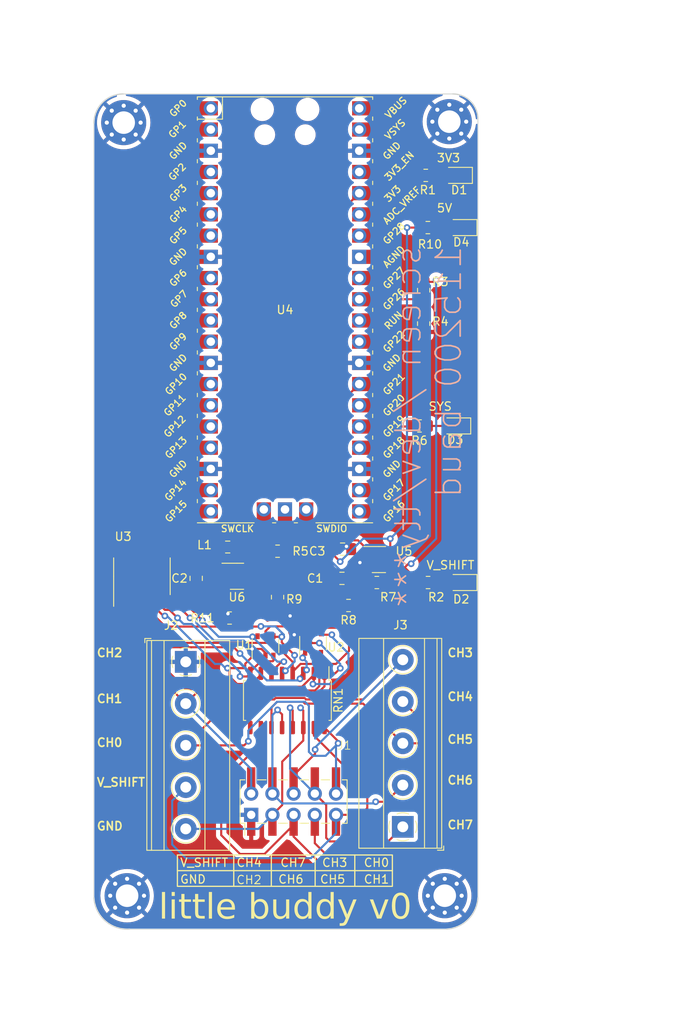
<source format=kicad_pcb>
(kicad_pcb (version 20221018) (generator pcbnew)
  (layers (0 "F.Cu" signal) (31 "B.Cu" signal) (34 "B.Paste" user) (35 "F.Paste" user) (36 "B.SilkS" user "B.Silkscreen") (37 "F.SilkS" user "F.Silkscreen") (38 "B.Mask" user) (39 "F.Mask" user) (44 "Edge.Cuts" user))
  (net 0 "")
  (net 1 "GND")
  (net 2 "Net-(D1-A)")
  (net 3 "Net-(D2-A)")
  (net 4 "Net-(D3-A)")
  (net 5 "+5V")
  (net 6 "CH2")
  (net 7 "CH4")
  (net 8 "CH6")
  (net 9 "CH7")
  (net 10 "CH5")
  (net 11 "CH3")
  (net 12 "CH1")
  (net 13 "CH0")
  (net 14 "P0")
  (net 15 "P1")
  (net 16 "P2")
  (net 17 "P3")
  (net 18 "P4")
  (net 19 "P5")
  (net 20 "P6")
  (net 21 "P7")
  (net 22 "3V3")
  (net 23 "Net-(U4-GPIO19)")
  (net 24 "Net-(U6-VFB)")
  (net 25 "unconnected-(U3-OE-Pad10)")
  (net 47 "/V_SHIFT")
  (net 48 "Net-(U4-GPIO21)")
  (net 49 "Net-(U5-+)")
  (net 50 "Net-(U5--)")
  (net 51 "/V_SHIFT_SENSE")
  (net 52 "Net-(RN1-R1.1)")
  (net 53 "Net-(RN1-R2.1)")
  (net 54 "Net-(RN1-R3.1)")
  (net 55 "Net-(RN1-R4.1)")
  (net 56 "Net-(RN1-R5.1)")
  (net 57 "Net-(RN1-R6.1)")
  (net 58 "Net-(RN1-R7.1)")
  (net 59 "Net-(RN1-R8.1)")
  (net 60 "Net-(D4-A)")
  (footprint "LED_SMD:LED_0805_2012Metric_Pad1.15x1.40mm_HandSolder" (layer "F.Cu") (at 154.025 102.5 180)
    (fp_text reference "D2")
    (fp_text value "LED")
  )
  (footprint "MountingHole:MountingHole_2.7mm_Pad_Via" (layer "F.Cu") (at 152.568109 47.318109)
    (fp_text reference "H3" hide)
    (fp_text value "MountingHole_Pad")
  )
  (footprint "Resistor_SMD:R_0805_2012Metric_Pad1.20x1.40mm_HandSolder" (layer "F.Cu") (at 149.5 71.5 90)
    (fp_text reference "R4")
    (fp_text value "33K")
  )
  (footprint "Resistor_SMD:R_0805_2012Metric_Pad1.20x1.40mm_HandSolder" (layer "F.Cu") (at 126.25 106.75 180)
    (fp_text reference "R11")
    (fp_text value "309k")
  )
  (footprint "Package_SO:TSOP-6_1.65x3.05mm_P0.95mm" (layer "F.Cu") (at 130.55 110.09 90)
    (fp_text reference "U1")
    (fp_text value "NUP4302MR6T1G")
  )
  (footprint "Resistor_SMD:R_0805_2012Metric_Pad1.20x1.40mm_HandSolder" (layer "F.Cu") (at 132 104.25 90)
    (fp_text reference "R9")
    (fp_text value "976k")
  )
  (footprint "2x05_254mm_Vertical_Connector_THT+SMD:THT+SMD" (layer "F.Cu") (at 140.77 130.445 90)
    (fp_text reference "J1")
    (fp_text value "Conn_02x05_Counter_Clockwise")
  )
  (footprint "TerminalBlock_Phoenix:TerminalBlock_Phoenix_MKDS-1,5-5_1x05_P5.00mm_Horizontal" (layer "F.Cu") (at 147 131.75 90)
    (fp_text reference "J3")
    (fp_text value "Screw_Terminal_01x05")
  )
  (footprint "Resistor_SMD:R_0805_2012Metric_Pad1.20x1.40mm_HandSolder" (layer "F.Cu") (at 149 83.75)
    (fp_text reference "R6")
    (fp_text value "470")
  )
  (footprint "Package_TO_SOT_SMD:SOT-23-5" (layer "F.Cu") (at 144.1375 99.75)
    (fp_text reference "U5")
    (fp_text value "LM321")
  )
  (footprint "LED_SMD:LED_0805_2012Metric_Pad1.15x1.40mm_HandSolder" (layer "F.Cu") (at 153.275 83.75 180)
    (fp_text reference "D3")
    (fp_text value "LED")
  )
  (footprint "Resistor_SMD:R_0805_2012Metric_Pad1.20x1.40mm_HandSolder" (layer "F.Cu") (at 140.5 105.25)
    (fp_text reference "R8")
    (fp_text value "33K")
  )
  (footprint "Capacitor_SMD:C_0805_2012Metric_Pad1.18x1.45mm_HandSolder" (layer "F.Cu") (at 122.25 102 -90)
    (fp_text reference "C2")
    (fp_text value "4.7uF")
  )
  (footprint "MountingHole:MountingHole_2.7mm_Pad_Via" (layer "F.Cu") (at 113.568109 47.431891)
    (fp_text reference "H2" hide)
    (fp_text value "MountingHole_Pad")
  )
  (footprint "LED_SMD:LED_0805_2012Metric_Pad1.15x1.40mm_HandSolder" (layer "F.Cu") (at 153.475 53.75 180)
    (fp_text reference "D1")
    (fp_text value "LED")
  )
  (footprint "Package_TO_SOT_SMD:SOT-23-6" (layer "F.Cu") (at 127.1375 101.75)
    (fp_text reference "U6")
    (fp_text value "MCP1640DCH")
  )
  (footprint "Resistor_SMD:R_0805_2012Metric_Pad1.20x1.40mm_HandSolder" (layer "F.Cu") (at 150 60)
    (fp_text reference "R10")
    (fp_text value "470")
  )
  (footprint "LED_SMD:LED_0805_2012Metric_Pad1.15x1.40mm_HandSolder" (layer "F.Cu") (at 154.025 60 180)
    (fp_text reference "D4")
    (fp_text value "LED")
  )
  (footprint "Resistor_SMD:R_0805_2012Metric_Pad1.20x1.40mm_HandSolder" (layer "F.Cu") (at 143.8875 102.5)
    (fp_text reference "R7")
    (fp_text value "18K")
  )
  (footprint "Capacitor_SMD:C_0805_2012Metric_Pad1.18x1.45mm_HandSolder" (layer "F.Cu") (at 139.7875 98.5)
    (fp_text reference "C3")
    (fp_text value "10uF")
  )
  (footprint "TerminalBlock_Phoenix:TerminalBlock_Phoenix_MKDS-1,5-5_1x05_P5.00mm_Horizontal" (layer "F.Cu") (at 121 112 -90)
    (fp_text reference "J2")
    (fp_text value "Screw_Terminal_01x05")
  )
  (footprint "Resistor_SMD:R_0805_2012Metric_Pad1.20x1.40mm_HandSolder" (layer "F.Cu") (at 132 98.75)
    (fp_text reference "R5")
    (fp_text value "R")
  )
  (footprint "Resistor_SMD:R_0805_2012Metric_Pad1.20x1.40mm_HandSolder" (layer "F.Cu") (at 149.5 67.5 90)
    (fp_text reference "R3")
    (fp_text value "18K")
  )
  (footprint "RP_Pico:RPi_Pico_SMD_TH" (layer "F.Cu") (at 132.89 69.85)
    (fp_text reference "U4")
    (fp_text value "Pico")
  )
  (footprint "Resistor_SMD:R_0805_2012Metric_Pad1.20x1.40mm_HandSolder" (layer "F.Cu") (at 150.025 102.5)
    (fp_text reference "R2")
    (fp_text value "470")
  )
  (footprint "Package_SO:TSSOP-20_4.4x6.5mm_P0.65mm" (layer "F.Cu") (at 115.75 101.75 90)
    (fp_text reference "U3")
    (fp_text value "TXS0108EPW")
  )
  (footprint "Capacitor_SMD:C_0805_2012Metric_Pad1.18x1.45mm_HandSolder" (layer "F.Cu") (at 139.7125 102 180)
    (fp_text reference "C1")
    (fp_text value "C")
  )
  (footprint "Package_SO:SOIC-16_4.55x10.3mm_P1.27mm" (layer "F.Cu") (at 133.175 116.62 -90)
    (fp_text reference "RN1")
    (fp_text value "1k")
  )
  (footprint "MountingHole:MountingHole_2.7mm_Pad_Via" (layer "F.Cu") (at 113.975 140)
    (fp_text reference "H4" hide)
    (fp_text value "MountingHole_Pad")
  )
  (footprint "Inductor_SMD:L_0805_2012Metric_Pad1.15x1.40mm_HandSolder" (layer "F.Cu") (at 126.025 98.25)
    (fp_text reference "L1")
    (fp_text value "4.7uH")
  )
  (footprint "Resistor_SMD:R_0805_2012Metric_Pad1.20x1.40mm_HandSolder" (layer "F.Cu") (at 149.75 53.75)
    (fp_text reference "R1")
    (fp_text value "470")
  )
  (footprint "MountingHole:MountingHole_2.7mm_Pad_Via" (layer "F.Cu") (at 152.025 140)
    (fp_text reference "H1" hide)
    (fp_text value "MountingHole_Pad")
  )
  (footprint "Package_SO:TSOP-6_1.65x3.05mm_P0.95mm" (layer "F.Cu") (at 136.25 109.75 90)
    (fp_text reference "U2")
    (fp_text value "NUP4302MR6T1G")
  )
  (gr_line (start 126.75 135.125) (end 126.75 138.875) (stroke (width 0.15)) (layer "F.SilkS"))
  (gr_line (start 131.25 135.125) (end 131.25 138.875) (stroke (width 0.15)) (layer "F.SilkS"))
  (gr_rect (start 120 135.125) (end 145.75 138.875) (stroke (width 0.15)) (fill none) (layer "F.SilkS"))
  (gr_line (start 141.25 135.125) (end 141.25 138.875) (stroke (width 0.15)) (layer "F.SilkS"))
  (gr_line (start 120 137) (end 145.75 137) (stroke (width 0.15)) (layer "F.SilkS"))
  (gr_line (start 136.5 135.125) (end 136.5 138.875) (stroke (width 0.15)) (layer "F.SilkS"))
  (gr_line (start 155.999999 140.25) (end 156 47) (stroke (width 0.1)) (layer "Edge.Cuts"))
  (gr_arc (start 110 47.5) (mid 111.025126 45.025127) (end 113.5 44) (stroke (width 0.15)) (layer "Edge.Cuts"))
  (gr_line (start 110 47.5) (end 110.000001 140.25) (stroke (width 0.1)) (layer "Edge.Cuts"))
  (gr_line (start 114.266595 143.998927) (end 152.266595 143.998927) (stroke (width 0.1)) (layer "Edge.Cuts"))
  (gr_arc (start 114.266595 143.998927) (mid 111.354591 143.010698) (end 110.000001 140.25) (stroke (width 0.15)) (layer "Edge.Cuts"))
  (gr_arc (start 155.999999 140.25) (mid 154.839819 142.828059) (end 152.266595 143.998927) (stroke (width 0.15)) (layer "Edge.Cuts"))
  (gr_line (start 113.5 44) (end 153 44) (stroke (width 0.1)) (layer "Edge.Cuts"))
  (gr_arc (start 153 44) (mid 155.12132 44.87868) (end 156 47) (stroke (width 0.15)) (layer "Edge.Cuts"))
  (gr_text "screen /dev/tty***\n115200 baud" (at 154.25 62 90) (layer "B.SilkS") (effects (font (size 3 3) (thickness 0.2) bold) (justify left bottom mirror)))
  (gr_text "V_SHIFT" (at 149.75 101) (layer "F.SilkS") (effects (font (size 1 1)) (justify left bottom)))
  (gr_text "GND" (at 120.25 138.625) (layer "F.SilkS") (effects (font (size 1 1)) (justify left bottom)))
  (gr_text "CH7" (at 132.25 136.625) (layer "F.SilkS") (effects (font (size 1 1)) (justify left bottom)))
  (gr_text "CH1" (at 110.25 117) (layer "F.SilkS") (effects (font (size 1 1) (thickness 0.2) bold) (justify left bottom)))
  (gr_text "CH1" (at 142.25 138.625) (layer "F.SilkS") (effects (font (size 1 1)) (justify left bottom)))
  (gr_text "V_SHIFT" (at 110.25 127) (layer "F.SilkS") (effects (font (size 1 1) (thickness 0.2) bold) (justify left bottom)))
  (gr_text "CH3" (at 152.25 111.5) (layer "F.SilkS") (effects (font (size 1 1) (thickness 0.2) bold) (justify left bottom)))
  (gr_text "CH6" (at 132 138.625) (layer "F.SilkS") (effects (font (size 1 1)) (justify left bottom)))
  (gr_text "CH2" (at 127 138.68725) (layer "F.SilkS") (effects (font (size 1 1) (thickness 0.125)) (justify left bottom)))
  (gr_text "CH7" (at 152.25 132.100833) (layer "F.SilkS") (effects (font (size 1 1) (thickness 0.2) bold) (justify left bottom)))
  (gr_text "CH0" (at 110.25 122.25) (layer "F.SilkS") (effects (font (size 1 1) (thickness 0.2) bold) (justify left bottom)))
  (gr_text "CH4" (at 152.25 116.75) (layer "F.SilkS") (effects (font (size 1 1) (thickness 0.2) bold) (justify left bottom)))
  (gr_text "CH6" (at 152.25 126.7513) (layer "F.SilkS") (effects (font (size 1 1) (thickness 0.2) bold) (justify left bottom)))
  (gr_text "GND" (at 110.25 132.25) (layer "F.SilkS") (effects (font (size 1 1) (thickness 0.2) bold) (justify left bottom)))
  (gr_text "3V3" (at 151 52.25) (layer "F.SilkS") (effects (font (size 1 1)) (justify left bottom)))
  (gr_text "5V" (at 151 58.25) (layer "F.SilkS") (effects (font (size 1 1)) (justify left bottom)))
  (gr_text "CH4" (at 127 136.625) (layer "F.SilkS") (effects (font (size 1 1)) (justify left bottom)))
  (gr_text "CH0" (at 142.25 136.625) (layer "F.SilkS") (effects (font (size 1 1)) (justify left bottom)))
  (gr_text "CH5" (at 152.25 121.866944) (layer "F.SilkS") (effects (font (size 1 1) (thickness 0.2) bold) (justify left bottom)))
  (gr_text "V_SHIFT" (at 120.25 136.625) (layer "F.SilkS") (effects (font (size 1 1)) (justify left bottom)))
  (gr_text "CH5" (at 137 138.625) (layer "F.SilkS") (effects (font (size 1 1)) (justify left bottom)))
  (gr_text "SYS" (at 150 82) (layer "F.SilkS") (effects (font (size 1 1)) (justify left bottom)))
  (gr_text "little buddy v0" (at 117.75 143.25) (layer "F.SilkS") (effects (font (size 3 3)) (justify left bottom)))
  (gr_text "CH3" (at 137.25 136.625) (layer "F.SilkS") (effects (font (size 1 1)) (justify left bottom)))
  (gr_text "CH2" (at 110.25 111.5) (layer "F.SilkS") (effects (font (size 1 1) (thickness 0.2) bold) (justify left bottom)))
  (segment (start 130.0545 110.4495) (end 130.55 110.945) (width 0.25) (layer "F.Cu") (net 1))
  (segment (start 141.862636 100.112636) (end 142.225272 99.75) (width 0.25) (layer "F.Cu") (net 1))
  (segment (start 140.5755 98.5) (end 140.25 98.1745) (width 0.25) (layer "F.Cu") (net 1))
  (segment (start 125.765154 106.234846) (end 125.25 106.75) (width 0.25) (layer "F.Cu") (net 1))
  (segment (start 130.55 110.945) (end 130.55 111.25) (width 0.25) (layer "F.Cu") (net 1))
  (segment (start 136.25 110.91) (end 136.25 110.75) (width 0.25) (layer "F.Cu") (net 1))
  (segment (start 136.25 110.75) (end 134.25 108.75) (width 0.25) (layer "F.Cu") (net 1))
  (segment (start 128.950071 110.4495) (end 130.0545 110.4495) (width 0.25) (layer "F.Cu") (net 1))
  (segment (start 140.825 98.5) (end 140.5755 98.5) (width 0.25) (layer "F.Cu") (net 1))
  (segment (start 134.25 108.75) (end 134 108.75) (width 0.25) (layer "F.Cu") (net 1))
  (segment (start 142.225272 99.75) (end 143 99.75) (width 0.25) (layer "F.Cu") (net 1))
  (segment (start 126.053002 106.234846) (end 125.765154 106.234846) (width 0.25) (layer "F.Cu") (net 1))
  (via (at 134 108.75) (size 0.8) (drill 0.4) (layers "F.Cu" "B.Cu") (net 1))
  (via (at 126.053002 106.234846) (size 0.8) (drill 0.4) (layers "F.Cu" "B.Cu") (net 1))
  (via (at 128.950071 110.4495) (size 0.8) (drill 0.4) (layers "F.Cu" "B.Cu") (net 1))
  (via (at 140.25 98.1745) (size 0.8) (drill 0.4) (layers "F.Cu" "B.Cu") (net 1))
  (via (at 133.5 106.5) (size 0.8) (drill 0.4) (layers "F.Cu" "B.Cu") (net 1))
  (via (at 141.862636 100.112636) (size 0.8) (drill 0.4) (layers "F.Cu" "B.Cu") (net 1))
  (segment (start 124.374195 109.45) (end 122.275 107.350805) (width 0.25) (layer "B.Cu") (net 1))
  (segment (start 122.790349 106.234846) (end 126.053002 106.234846) (width 0.25) (layer "B.Cu") (net 1))
  (segment (start 137.5 99.025305) (end 139.474695 101) (width 0.25) (layer "B.Cu") (net 1))
  (segment (start 137.5 97.25) (end 137.5 99.025305) (width 0.25) (layer "B.Cu") (net 1))
  (segment (start 122.275 107.350805) (end 122.275 106.750195) (width 0.25) (layer "B.Cu") (net 1))
  (segment (start 122.275 106.750195) (end 122.790349 106.234846) (width 0.25) (layer "B.Cu") (net 1))
  (segment (start 140.975272 101) (end 141.862636 100.112636) (width 0.25) (layer "B.Cu") (net 1))
  (segment (start 139.474695 101) (end 140 101) (width 0.25) (layer "B.Cu") (net 1))
  (segment (start 140.25 98.1745) (end 140.25 97.986396) (width 0.25) (layer "B.Cu") (net 1))
  (segment (start 140.986396 97.25) (end 137.5 97.25) (width 0.25) (layer "B.Cu") (net 1))
  (segment (start 134 108.75) (end 134 107) (width 0.25) (layer "B.Cu") (net 1))
  (segment (start 134 107) (end 133.5 106.5) (width 0.25) (layer "B.Cu") (net 1))
  (segment (start 127.950571 109.45) (end 124.374195 109.45) (width 0.25) (layer "B.Cu") (net 1))
  (segment (start 128.950071 110.4495) (end 127.950571 109.45) (width 0.25) (layer "B.Cu") (net 1))
  (segment (start 140.25 97.986396) (end 140.986396 97.25) (width 0.25) (layer "B.Cu") (net 1))
  (segment (start 140 101) (end 140.975272 101) (width 0.25) (layer "B.Cu") (net 1))
  (segment (start 150.75 53.75) (end 152.45 53.75) (width 0.25) (layer "F.Cu") (net 2))
  (segment (start 150 83.75) (end 152.25 83.75) (width 0.25) (layer "F.Cu") (net 4))
  (segment (start 129.5 100.909251) (end 128.659251 101.75) (width 0.25) (layer "F.Cu") (net 5))
  (segment (start 132.5 101.75) (end 128.275 101.75) (width 0.25) (layer "F.Cu") (net 5))
  (segment (start 127.05 98.25) (end 127.059251 98.25) (width 0.25) (layer "F.Cu") (net 5))
  (segment (start 138.75 98.5) (end 138.75 99.25) (width 0.25) (layer "F.Cu") (net 5))
  (segment (start 133.025 102.275) (end 132.5 101.75) (width 0.25) (layer "F.Cu") (net 5))
  (segment (start 145.5 97.25) (end 145.5 98.575) (width 0.25) (layer "F.Cu") (net 5))
  (segment (start 127.863604 101.75) (end 128.275 101.75) (width 0.25) (layer "F.Cu") (net 5))
  (segment (start 132 105.25) (end 133.025 104.225) (width 0.25) (layer "F.Cu") (net 5))
  (segment (start 127.059251 98.25) (end 129.5 100.690749) (width 0.25) (layer "F.Cu") (net 5))
  (segment (start 126 100.8) (end 126.913604 100.8) (width 0.25) (layer "F.Cu") (net 5))
  (segment (start 133.025 104.225) (end 133.025 102.275) (width 0.25) (layer "F.Cu") (net 5))
  (segment (start 145.5 98.575) (end 145.275 98.8) (width 0.25) (layer "F.Cu") (net 5))
  (segment (start 129.5 100.690749) (end 129.5 100.909251) (width 0.25) (layer "F.Cu") (net 5))
  (segment (start 149 60) (end 147.5 60) (width 0.25) (layer "F.Cu") (net 5))
  (segment (start 126.913604 100.8) (end 127.863604 101.75) (width 0.25) (layer "F.Cu") (net 5))
  (segment (start 138.75 98.5) (end 132 105.25) (width 0.25) (layer "F.Cu") (net 5))
  (segment (start 128.659251 101.75) (end 128.275 101.75) (width 0.25) (layer "F.Cu") (net 5))
  (segment (start 138.75 99.25) (end 139.5 100) (width 0.25) (layer "F.Cu") (net 5))
  (via (at 139.5 100) (size 0.8) (drill 0.4) (layers "F.Cu" "B.Cu") (net 5))
  (via (at 145.5 97.25) (size 0.8) (drill 0.4) (layers "F.Cu" "B.Cu") (net 5))
  (via (at 147.5 60) (size 0.8) (drill 0.4) (layers "F.Cu" "B.Cu") (net 5))
  (segment (start 142.25 97.25) (end 145.5 97.25) (width 0.25) (layer "B.Cu") (net 5))
  (segment (start 147.5 95.25) (end 145.5 97.25) (width 0.25) (layer "B.Cu") (net 5))
  (segment (start 147.5 60) (end 147.5 95.25) (width 0.25) (layer "B.Cu") (net 5))
  (segment (start 139.5 100) (end 142.25 97.25) (width 0.25) (layer "B.Cu") (net 5))
  (segment (start 135.08 121.42) (end 132.555 123.945) (width 0.25) (layer "F.Cu") (net 6))
  (segment (start 135.08 119.87) (end 135.08 117.83) (width 0.25) (layer "F.Cu") (net 6))
  (segment (start 135.08 117.83) (end 134.75 117.5) (width 0.25) (layer "F.Cu") (net 6))
  (segment (start 132.555 123.945) (end 132.555 129.14) (width 0.25) (layer "F.Cu") (net 6))
  (segment (start 135.08 119.87) (end 135.08 121.42) (width 0.25) (layer "F.Cu") (net 6))
  (segment (start 132.555 129.14) (end 131.38 130.315) (width 0.25) (layer "F.Cu") (net 6))
  (via (at 134.75 117.5) (size 0.8) (drill 0.4) (layers "F.Cu" "B.Cu") (net 6))
  (segment (start 121 132) (end 129.695 132) (width 0.25) (layer "B.Cu") (net 6))
  (segment (start 129.695 132) (end 131.38 130.315) (width 0.25) (layer "B.Cu") (net 6))
  (segment (start 132.54 118.29) (end 132 117.75) (width 0.25) (layer "F.Cu") (net 7))
  (segment (start 132.54 119.87) (end 132.54 118.29) (width 0.25) (layer "F.Cu") (net 7))
  (segment (start 147 126.75) (end 145 128.75) (width 0.25) (layer "F.Cu") (net 7))
  (segment (start 145 128.75) (end 143.75 128.75) (width 0.25) (layer "F.Cu") (net 7))
  (via (at 132 117.75) (size 0.8) (drill 0.4) (layers "F.Cu" "B.Cu") (net 7))
  (via (at 143.75 128.75) (size 0.8) (drill 0.4) (layers "F.Cu" "B.Cu") (net 7))
  (segment (start 132.555 128.95) (end 131.38 127.775) (width 0.25) (layer "B.Cu") (net 7))
  (segment (start 143.55 128.95) (end 132.555 128.95) (width 0.25) (layer "B.Cu") (net 7))
  (segment (start 132 117.75) (end 131.38 118.37) (width 0.25) (layer "B.Cu") (net 7))
  (segment (start 131.38 118.37) (end 131.38 127.775) (width 0.25) (layer "B.Cu") (net 7))
  (segment (start 143.75 128.75) (end 143.55 128.95) (width 0.25) (layer "B.Cu") (net 7))
  (segment (start 153.75 123.5) (end 154.75 123.5) (width 0.25) (layer "F.Cu") (net 8))
  (segment (start 125.25 132.75) (end 125.25 126.5) (width 0.25) (layer "F.Cu") (net 8))
  (segment (start 154.75 135.25) (end 154.05 135.95) (width 0.25) (layer "F.Cu") (net 8))
  (segment (start 136.95 135.95) (end 133.92 132.92) (width 0.25) (layer "F.Cu") (net 8))
  (segment (start 130.437081 135) (end 127.5 135) (width 0.25) (layer "F.Cu") (net 8))
  (segment (start 133.92 132.92) (end 133.92 130.315) (width 0.25) (layer "F.Cu") (net 8))
  (segment (start 147 116.75) (end 153.75 123.5) (width 0.25) (layer "F.Cu") (net 8))
  (segment (start 154.05 135.95) (end 136.95 135.95) (width 0.25) (layer "F.Cu") (net 8))
  (segment (start 133.92 130.315) (end 133.92 131.517081) (width 0.25) (layer "F.Cu") (net 8))
  (segment (start 130 121.75) (end 130 119.87) (width 0.25) (layer "F.Cu") (net 8))
  (segment (start 133.92 131.517081) (end 130.437081 135) (width 0.25) (layer "F.Cu") (net 8))
  (segment (start 127.5 135) (end 125.25 132.75) (width 0.25) (layer "F.Cu") (net 8))
  (segment (start 125.25 126.5) (end 130 121.75) (width 0.25) (layer "F.Cu") (net 8))
  (segment (start 154.75 123.5) (end 154.75 135.25) (width 0.25) (layer "F.Cu") (net 8))
  (segment (start 130 116.5) (end 131.588299 116.5) (width 0.25) (layer "F.Cu") (net 9))
  (segment (start 135.236701 116.325) (end 135.411701 116.5) (width 0.25) (layer "F.Cu") (net 9))
  (segment (start 131.763299 116.325) (end 135.236701 116.325) (width 0.25) (layer "F.Cu") (net 9))
  (segment (start 142.25 116.5) (end 147 111.75) (width 0.25) (layer "F.Cu") (net 9))
  (segment (start 135.411701 116.5) (end 142.25 116.5) (width 0.25) (layer "F.Cu") (net 9))
  (segment (start 131.588299 116.5) (end 131.763299 116.325) (width 0.25) (layer "F.Cu") (net 9))
  (segment (start 133.92 126.2) (end 133.92 125.58) (width 0.25) (layer "F.Cu") (net 9))
  (segment (start 136.5 123) (end 136.5 122.5) (width 0.25) (layer "F.Cu") (net 9))
  (segment (start 128.73 119.87) (end 128.73 117.77) (width 0.25) (layer "F.Cu") (net 9))
  (segment (start 128.73 117.77) (end 130 116.5) (width 0.25) (layer "F.Cu") (net 9))
  (segment (start 133.92 125.58) (end 134 125.5) (width 0.25) (layer "F.Cu") (net 9))
  (segment (start 134 125.5) (end 136.5 123) (width 0.25) (layer "F.Cu") (net 9))
  (via (at 136.5 122.5) (size 0.8) (drill 0.4) (layers "F.Cu" "B.Cu") (net 9))
  (segment (start 136.5 122.25) (end 147 111.75) (width 0.25) (layer "B.Cu") (net 9))
  (segment (start 136.5 122.5) (end 136.5 122.25) (width 0.25) (layer "B.Cu") (net 9))
  (segment (start 131.27 117.454695) (end 131.27 119.87) (width 0.25) (layer "F.Cu") (net 10))
  (segment (start 147 121.75) (end 142.25 117) (width 0.25) (layer "F.Cu") (net 10))
  (segment (start 136.46 133.71) (end 138.25 135.5) (width 0.25) (layer "F.Cu") (net 10))
  (segment (start 135.275305 117) (end 135.050305 116.775) (width 0.25) (layer "F.Cu") (net 10))
  (segment (start 131.949695 116.775) (end 131.27 117.454695) (width 0.25) (layer "F.Cu") (net 10))
  (segment (start 151.25 121.75) (end 147 121.75) (width 0.25) (layer "F.Cu") (net 10))
  (segment (start 152.5 135.5) (end 152.5 123) (width 0.25) (layer "F.Cu") (net 10))
  (segment (start 152.5 123) (end 151.25 121.75) (width 0.25) (layer "F.Cu") (net 10))
  (segment (start 135.050305 116.775) (end 131.949695 116.775) (width 0.25) (layer "F.Cu") (net 10))
  (segment (start 136.46 130.315) (end 136.46 133.71) (width 0.25) (layer "F.Cu") (net 10))
  (segment (start 138.25 135.5) (end 152.5 135.5) (width 0.25) (layer "F.Cu") (net 10))
  (segment (start 142.25 117) (end 135.275305 117) (width 0.25) (layer "F.Cu") (net 10))
  (segment (start 145.25 133.5) (end 138.25 133.5) (width 0.25) (layer "F.Cu") (net 11))
  (segment (start 133.81 119.87) (end 133.81 117.81) (width 0.25) (layer "F.Cu") (net 11))
  (segment (start 137.825 133.075) (end 137.825 129.14) (width 0.25) (layer "F.Cu") (net 11))
  (segment (start 133.81 117.81) (end 133.5 117.5) (width 0.25) (layer "F.Cu") (net 11))
  (segment (start 137.825 129.14) (end 136.46 127.775) (width 0.25) (layer "F.Cu") (net 11))
  (segment (start 147 131.75) (end 145.25 133.5) (width 0.25) (layer "F.Cu") (net 11))
  (segment (start 138.25 133.5) (end 137.825 133.075) (width 0.25) (layer "F.Cu") (net 11))
  (via (at 133.5 117.5) (size 0.8) (drill 0.4) (layers "F.Cu" "B.Cu") (net 11))
  (segment (start 133.5 124.815) (end 136.46 127.775) (width 0.25) (layer "B.Cu") (net 11))
  (segment (start 133.5 117.5) (end 133.5 124.815) (width 0.25) (layer "B.Cu") (net 11))
  (segment (start 141.935 130.315) (end 139 130.315) (width 0.25) (layer "F.Cu") (net 12))
  (segment (start 136.35 119.87) (end 136.35 120.825) (width 0.25) (layer "F.Cu") (net 12))
  (segment (start 142.75 127.225) (end 142.75 129.5) (width 0.25) (layer "F.Cu") (net 12))
  (segment (start 136.35 120.825) (end 142.75 127.225) (width 0.25) (layer "F.Cu") (net 12))
  (segment (start 142.75 129.5) (end 141.935 130.315) (width 0.25) (layer "F.Cu") (net 12))
  (segment (start 136 135.5) (end 139 132.5) (width 0.25) (layer "B.Cu") (net 12))
  (segment (start 119.375 133.875) (end 121 135.5) (width 0.25) (layer "B.Cu") (net 12))
  (segment (start 119.375 128.625) (end 119.375 133.875) (width 0.25) (layer "B.Cu") (net 12))
  (segment (start 121 127) (end 119.375 128.625) (width 0.25) (layer "B.Cu") (net 12))
  (segment (start 121 135.5) (end 136 135.5) (width 0.25) (layer "B.Cu") (net 12))
  (segment (start 139 132.5) (end 139 130.315) (width 0.25) (layer "B.Cu") (net 12))
  (segment (start 139.25 121.5) (end 139.25 121.75) (width 0.25) (layer "F.Cu") (net 13))
  (segment (start 128 122) (end 128.5 121.5) (width 0.25) (layer "F.Cu") (net 13))
  (segment (start 121 122) (end 128 122) (width 0.25) (layer "F.Cu") (net 13))
  (segment (start 137.62 119.87) (end 139.25 121.5) (width 0.25) (layer "F.Cu") (net 13))
  (via (at 128.5 121.5) (size 0.8) (drill 0.4) (layers "F.Cu" "B.Cu") (net 13))
  (via (at 139.25 121.75) (size 0.8) (drill 0.4) (layers "F.Cu" "B.Cu") (net 13))
  (segment (start 139 122) (end 139 127.775) (width 0.25) (layer "B.Cu") (net 13))
  (segment (start 128.5 121.5) (end 128.5 120.224695) (width 0.25) (layer "B.Cu") (net 13))
  (segment (start 135.275 116.775) (end 135.75 117.25) (width 0.25) (layer "B.Cu") (net 13))
  (segment (start 135.75 117.25) (end 135.75 122.775305) (width 0.25) (layer "B.Cu") (net 13))
  (segment (start 136.224695 123.25) (end 137.75 123.25) (width 0.25) (layer "B.Cu") (net 13))
  (segment (start 131.949695 116.775) (end 135.275 116.775) (width 0.25) (layer "B.Cu") (net 13))
  (segment (start 128.5 120.224695) (end 131.949695 116.775) (width 0.25) (layer "B.Cu") (net 13))
  (segment (start 139.25 121.75) (end 139 122) (width 0.25) (layer "B.Cu") (net 13))
  (segment (start 137.75 123.25) (end 139.25 121.75) (width 0.25) (layer "B.Cu") (net 13))
  (segment (start 135.75 122.775305) (end 136.224695 123.25) (width 0.25) (layer "B.Cu") (net 13))
  (segment (start 112.55 98.6125) (end 112.825 98.8875) (width 0.25) (layer "F.Cu") (net 14))
  (segment (start 120.78 45.72) (end 112.55 53.95) (width 0.25) (layer "F.Cu") (net 14))
  (segment (start 124 45.72) (end 120.78 45.72) (width 0.25) (layer "F.Cu") (net 14))
  (segment (start 112.55 53.95) (end 112.55 98.6125) (width 0.25) (layer "F.Cu") (net 14))
  (segment (start 114.125 98.198959) (end 114 98.073959) (width 0.25) (layer "F.Cu") (net 15))
  (segment (start 114 98.073959) (end 114 55.875) (width 0.25) (layer "F.Cu") (net 15))
  (segment (start 114.125 98.8875) (end 114.125 98.198959) (width 0.25) (layer "F.Cu") (net 15))
  (segment (start 114 55.875) (end 121.615 48.26) (width 0.25) (layer "F.Cu") (net 15))
  (segment (start 121.615 48.26) (end 124 48.26) (width 0.25) (layer "F.Cu") (net 15))
  (segment (start 124 53.34) (end 122.39 53.34) (width 0.25) (layer "F.Cu") (net 16))
  (segment (start 121.025 54.705) (end 119.545 54.705) (width 0.25) (layer "F.Cu") (net 16))
  (segment (start 122.39 53.34) (end 121.025 54.705) (width 0.25) (layer "F.Cu") (net 16))
  (segment (start 119.545 54.705) (end 114.775 59.475) (width 0.25) (layer "F.Cu") (net 16))
  (segment (start 114.775 59.475) (end 114.775 98.8875) (width 0.25) (layer "F.Cu") (net 16))
  (segment (start 115.425 59.825) (end 119.37 55.88) (width 0.25) (layer "F.Cu") (net 17))
  (segment (start 119.37 55.88) (end 124 55.88) (width 0.25) (layer "F.Cu") (net 17))
  (segment (start 115.425 98.8875) (end 115.425 59.825) (width 0.25) (layer "F.Cu") (net 17))
  (segment (start 117.58 58.42) (end 116.075 59.925) (width 0.25) (layer "F.Cu") (net 18))
  (segment (start 124 58.42) (end 117.58 58.42) (width 0.25) (layer "F.Cu") (net 18))
  (segment (start 116.075 59.925) (end 116.075 98.8875) (width 0.25) (layer "F.Cu") (net 18))
  (segment (start 117.79 60.96) (end 124 60.96) (width 0.25) (layer "F.Cu") (net 19))
  (segment (start 116.725 62.025) (end 117.79 60.96) (width 0.25) (layer "F.Cu") (net 19))
  (segment (start 116.725 98.8875) (end 116.725 62.025) (width 0.25) (layer "F.Cu") (net 19))
  (segment (start 118.71 66.04) (end 117.375 67.375) (width 0.25) (layer "F.Cu") (net 20))
  (segment (start 117.375 67.375) (end 117.375 98.8875) (width 0.25) (layer "F.Cu") (net 20))
  (segment (start 124 66.04) (end 118.71 66.04) (width 0.25) (layer "F.Cu") (net 20))
  (segment (start 118.025 98.8875) (end 118.025 69.975) (width 0.25) (layer "F.Cu") (net 21))
  (segment (start 119.42 68.58) (end 124 68.58) (width 0.25) (layer "F.Cu") (net 21))
  (segment (start 118.025 69.975) (end 119.42 68.58) (width 0.25) (layer "F.Cu") (net 21))
  (segment (start 113.898959 100) (end 121.2875 100) (width 0.25) (layer "F.Cu") (net 22))
  (segment (start 141.78 55.88) (end 126.75 70.91) (width 0.25) (layer "F.Cu") (net 22))
  (segment (start 128.275 100.8) (end 127.55 100.8) (width 0.25) (layer "F.Cu") (net 22))
  (segment (start 126.75 96.5) (end 125 98.25) (width 0.25) (layer "F.Cu") (net 22))
  (segment (start 123.9875 102.7) (end 126 102.7) (width 0.25) (layer "F.Cu") (net 22))
  (segment (start 113.475 98.8875) (end 113.475 99.576041) (width 0.25) (layer "F.Cu") (net 22))
  (segment (start 146.62 55.88) (end 148.75 53.75) (width 0.25) (layer "F.Cu") (net 22))
  (segment (start 122.25 100.9625) (end 123.9875 102.7) (width 0.25) (layer "F.Cu") (net 22))
  (segment (start 141.78 55.88) (end 146.62 55.88) (width 0.25) (layer "F.Cu") (net 22))
  (segment (start 122.2875 100.9625) (end 125 98.25) (width 0.25) (layer "F.Cu") (net 22))
  (segment (start 127.55 100.8) (end 125 98.25) (width 0.25) (layer "F.Cu") (net 22))
  (segment (start 126.75 70.91) (end 126.75 96.5) (width 0.25) (layer "F.Cu") (net 22))
  (segment (start 113.475 99.576041) (end 113.898959 100) (width 0.25) (layer "F.Cu") (net 22))
  (segment (start 122.25 100.9625) (end 122.2875 100.9625) (width 0.25) (layer "F.Cu") (net 22))
  (segment (start 121.2875 100) (end 122.25 100.9625) (width 0.25) (layer "F.Cu") (net 22))
  (segment (start 141.78 83.82) (end 147.93 83.82) (width 0.25) (layer "F.Cu") (net 23))
  (segment (start 147.93 83.82) (end 148 83.75) (width 0.25) (layer "F.Cu") (net 23))
  (segment (start 128.275 105.725) (end 127.25 106.75) (width 0.25) (layer "F.Cu") (net 24))
  (segment (start 128.825 103.25) (end 128.275 102.7) (width 0.25) (layer "F.Cu") (net 24))
  (segment (start 128.275 102.7) (end 128.275 105.725) (width 0.25) (layer "F.Cu") (net 24))
  (segment (start 132 103.25) (end 128.825 103.25) (width 0.25) (layer "F.Cu") (net 24))
  (segment (start 121.5 106.75) (end 121.512299 106.737701) (width 0.25) (layer "F.Cu") (net 25))
  (segment (start 119.387805 104.6125) (end 121.5 106.724695) (width 0.25) (layer "F.Cu") (net 25))
  (segment (start 121.5 106.724695) (end 121.5 106.75) (width 0.25) (layer "F.Cu") (net 25))
  (segment (start 118.675 104.6125) (end 119.387805 104.6125) (width 0.25) (layer "F.Cu") (net 25))
  (via (at 121.512299 106.737701) (size 0.8) (drill 0.4) (layers "F.Cu" "B.Cu") (net 25))
  (segment (start 121.75 106.75) (end 121.75 106.825805) (width 0.25) (layer "B.Cu") (net 25))
  (segment (start 121.512299 106.737701) (end 121.737701 106.737701) (width 0.25) (layer "B.Cu") (net 25))
  (segment (start 121.737701 106.737701) (end 121.75 106.75) (width 0.25) (layer "B.Cu") (net 25))
  (segment (start 121 117) (end 122.45 115.55) (width 0.25) (layer "F.Cu") (net 47))
  (segment (start 145.275 102.1125) (end 144.8875 102.5) (width 0.25) (layer "F.Cu") (net 47))
  (segment (start 137 112.535926) (end 137.290926 112.245) (width 0.25) (layer "F.Cu") (net 47))
  (segment (start 131.265507 115.55) (end 131.390507 115.425) (width 0.25) (layer "F.Cu") (net 47))
  (segment (start 150.75 66.5) (end 151 66.25) (width 0.25) (layer "F.Cu") (net 47))
  (segment (start 144.8875 102.5) (end 144.8875 103.475673) (width 0.25) (layer "F.Cu") (net 47))
  (segment (start 139.005 112.245) (end 140.556587 110.693413) (width 0.25) (layer "F.Cu") (net 47))
  (segment (start 145.275 100.7) (end 145.275 102.1125) (width 0.25) (layer "F.Cu") (net 47))
  (segment (start 136.488604 115.425) (end 137 114.913604) (width 0.25) (layer "F.Cu") (net 47))
  (segment (start 131.390507 115.425) (end 136.488604 115.425) (width 0.25) (layer "F.Cu") (net 47))
  (segment (start 136.325 107.915) (end 136.25 107.99) (width 0.25) (layer "F.Cu") (net 47))
  (segment (start 149.5 66.5) (end 150.75 66.5) (width 0.25) (layer "F.Cu") (net 47))
  (segment (start 145.275 100.7) (end 147.225 100.7) (width 0.25) (layer "F.Cu") (net 47))
  (segment (start 137.290926 112.245) (end 139.005 112.245) (width 0.25) (layer "F.Cu") (net 47))
  (segment (start 140.556587 110.693413) (end 140.556587 107.806587) (width 0.25) (layer "F.Cu") (net 47))
  (segment (start 136.25 107.99) (end 136.25 108.59) (width 0.25) (layer "F.Cu") (net 47))
  (segment (start 147.225 100.7) (end 149.025 102.5) (width 0.25) (layer "F.Cu") (net 47))
  (segment (start 121 117) (end 113.475 109.475) (width 0.25) (layer "F.Cu") (net 47))
  (segment (start 130.55 108.93) (end 130.55 108.33) (width 0.25) (layer "F.Cu") (net 47))
  (segment (start 144.8875 103.475673) (end 140.556587 107.806587) (width 0.25) (layer "F.Cu") (net 47))
  (segment (start 136.01 107.75) (end 136.25 107.99) (width 0.25) (layer "F.Cu") (net 47))
  (segment (start 147.675 100.25) (end 147.225 100.7) (width 0.25) (layer "F.Cu") (net 47))
  (segment (start 140.448173 107.915) (end 136.325 107.915) (width 0.25) (layer "F.Cu") (net 47))
  (segment (start 113.475 109.475) (end 113.475 104.6125) (width 0.25) (layer "F.Cu") (net 47))
  (segment (start 137 114.913604) (end 137 112.535926) (width 0.25) (layer "F.Cu") (net 47))
  (segment (start 130.55 108.33) (end 131.13 107.75) (width 0.25) (layer "F.Cu") (net 47))
  (segment (start 148 100.25) (end 147.675 100.25) (width 0.25) (layer "F.Cu") (net 47))
  (segment (start 122.45 115.55) (end 131.265507 115.55) (width 0.25) (layer "F.Cu") (net 47))
  (segment (start 140.556587 107.806587) (end 140.448173 107.915) (width 0.25) (layer "F.Cu") (net 47))
  (segment (start 131.13 107.75) (end 136.01 107.75) (width 0.25) (layer "F.Cu") (net 47))
  (via (at 148 100.25) (size 0.8) (drill 0.4) (layers "F.Cu" "B.Cu") (net 47))
  (via (at 151 66.25) (size 0.8) (drill 0.4) (layers "F.Cu" "B.Cu") (net 47))
  (segment (start 151 97.25) (end 148 100.25) (width 0.25) (layer "B.Cu") (net 47))
  (segment (start 128.84 127.775) (end 128.84 124.84) (width 0.25) (layer "B.Cu") (net 47))
  (segment (start 128.84 124.84) (end 121 117) (width 0.25) (layer "B.Cu") (net 47))
  (segment (start 151 66.25) (end 151 97.25) (width 0.25) (layer "B.Cu") (net 47))
  (segment (start 137.75 80.5) (end 140.02 80.5) (width 0.25) (layer "F.Cu") (net 48))
  (segment (start 137.75 95.5) (end 137.75 80.5) (width 0.25) (layer "F.Cu") (net 48))
  (segment (start 140.02 80.5) (end 141.78 78.74) (width 0.25) (layer "F.Cu") (net 48))
  (segment (start 133.275 96.725) (end 136.525 96.725) (width 0.25) (layer "F.Cu") (net 48))
  (segment (start 136.525 96.725) (end 137.75 95.5) (width 0.25) (layer "F.Cu") (net 48))
  (segment (start 130.75 99.25) (end 133.275 96.725) (width 0.25) (layer "F.Cu") (net 48))
  (segment (start 141.65 97.45) (end 143 98.8) (width 0.25) (layer "F.Cu") (net 49))
  (segment (start 138.675 102) (end 138.950673 102) (width 0.25) (layer "F.Cu") (net 49))
  (segment (start 138.950673 102) (end 142.150673 98.8) (width 0.25) (layer "F.Cu") (net 49))
  (segment (start 132.75 99.25) (end 134.55 97.45) (width 0.25) (layer "F.Cu") (net 49))
  (segment (start 134.55 97.45) (end 141.65 97.45) (width 0.25) (layer "F.Cu") (net 49))
  (segment (start 142.150673 98.8) (end 143 98.8) (width 0.25) (layer "F.Cu") (net 49))
  (segment (start 143 102.3875) (end 142.8875 102.5) (width 0.25) (layer "F.Cu") (net 50))
  (segment (start 142.8875 103.8625) (end 142.8875 102.5) (width 0.25) (layer "F.Cu") (net 50))
  (segment (start 143 100.7) (end 143 102.3875) (width 0.25) (layer "F.Cu") (net 50))
  (segment (start 141.5 105.25) (end 142.8875 103.8625) (width 0.25) (layer "F.Cu") (net 50))
  (segment (start 149.5 70.5) (end 149.5 68.5) (width 0.25) (layer "F.Cu") (net 51))
  (segment (start 149.5 68.5) (end 149.42 68.58) (width 0.25) (layer "F.Cu") (net 51))
  (segment (start 149.42 68.58) (end 141.78 68.58) (width 0.25) (layer "F.Cu") (net 51))
  (segment (start 112.825 111.575) (end 121.25 120) (width 0.25) (layer "F.Cu") (net 52))
  (segment (start 127 116) (end 131.451903 116) (width 0.25) (layer "F.Cu") (net 52))
  (segment (start 136.155 109.75) (end 135.3 108.895) (width 0.25) (layer "F.Cu") (net 52))
  (segment (start 137.62 113.37) (end 138.904547 113.37) (width 0.25) (layer "F.Cu") (net 52))
  (segment (start 112.825 104.6125) (end 112.825 111.575) (width 0.25) (layer "F.Cu") (net 52))
  (segment (start 123 120) (end 127 116) (width 0.25) (layer "F.Cu") (net 52))
  (segment (start 137 109.75) (end 136.155 109.75) (width 0.25) (layer "F.Cu") (net 52))
  (segment (start 137.62 114.93) (end 137.62 113.37) (width 0.25) (layer "F.Cu") (net 52))
  (segment (start 136.55 116) (end 137.62 114.93) (width 0.25) (layer "F.Cu") (net 52))
  (segment (start 131.576903 115.875) (end 135.423097 115.875) (width 0.25) (layer "F.Cu") (net 52))
  (segment (start 131.451903 116) (end 131.576903 115.875) (width 0.25) (layer "F.Cu") (net 52))
  (segment (start 135.3 108.895) (end 135.3 108.59) (width 0.25) (layer "F.Cu") (net 52))
  (segment (start 135.423097 115.875) (end 135.548097 116) (width 0.25) (layer "F.Cu") (net 52))
  (segment (start 135.548097 116) (end 136.55 116) (width 0.25) (layer "F.Cu") (net 52))
  (segment (start 138.904547 113.37) (end 139.512151 112.762396) (width 0.25) (layer "F.Cu") (net 52))
  (segment (start 121.25 120) (end 123 120) (width 0.25) (layer "F.Cu") (net 52))
  (via (at 137 109.75) (size 0.8) (drill 0.4) (layers "F.Cu" "B.Cu") (net 52))
  (via (at 139.512151 112.762396) (size 0.8) (drill 0.4) (layers "F.Cu" "B.Cu") (net 52))
  (segment (start 139.512151 112.262151) (end 137 109.75) (width 0.25) (layer "B.Cu") (net 52))
  (segment (start 139.512151 112.762396) (end 139.512151 112.262151) (width 0.25) (layer "B.Cu") (net 52))
  (segment (start 137.36 108.75) (end 137.2 108.59) (width 0.25) (layer "F.Cu") (net 53))
  (segment (start 131.204111 114.975) (end 134.929074 114.975) (width 0.25) (layer "F.Cu") (net 53))
  (segment (start 136.35 113.554074) (end 136.35 113.37) (width 0.25) (layer "F.Cu") (net 53))
  (segment (start 136.35 114.539005) (end 136.231951 114.657054) (width 0.25) (layer "F.Cu") (net 53))
  (segment (start 114.125 108.375) (end 121 115.25) (width 0.25) (layer "F.Cu") (net 53))
  (segment (start 131.079111 115.1) (end 131.204111 114.975) (width 0.25) (layer "F.Cu") (net 53))
  (segment (start 114.125 104.6125) (end 114.125 108.375) (width 0.25) (layer "F.Cu") (net 53))
  (segment (start 134.929074 114.975) (end 136.35 113.554074) (width 0.25) (layer "F.Cu") (net 53))
  (segment (start 122.113604 115.25) (end 122.263604 115.1) (width 0.25) (layer "F.Cu") (net 53))
  (segment (start 136.35 113.37) (end 136.35 114.539005) (width 0.25) (layer "F.Cu") (net 53))
  (segment (start 138.5 108.75) (end 137.36 108.75) (width 0.25) (layer "F.Cu") (net 53))
  (segment (start 122.263604 115.1) (end 131.079111 115.1) (width 0.25) (layer "F.Cu") (net 53))
  (segment (start 121 115.25) (end 122.113604 115.25) (width 0.25) (layer "F.Cu") (net 53))
  (via (at 138.5 108.75) (size 0.8) (drill 0.4) (layers "F.Cu" "B.Cu") (net 53))
  (via (at 136.231951 114.657054) (size 0.8) (drill 0.4) (layers "F.Cu" "B.Cu") (net 53))
  (segment (start 138.5 109) (end 138.5 108.75) (width 0.25) (layer "B.Cu") (net 53))
  (segment (start 140.5 111) (end 138.5 109) (width 0.25) (layer "B.Cu") (net 53))
  (segment (start 140.5 112.799852) (end 140.5 111) (width 0.25) (layer "B.Cu") (net 53))
  (segment (start 138.642798 114.657054) (end 140.5 112.799852) (width 0.25) (layer "B.Cu") (net 53))
  (segment (start 136.231951 114.657054) (end 138.642798 114.657054) (width 0.25) (layer "B.Cu") (net 53))
  (segment (start 135 111.21) (end 135.3 110.91) (width 0.25) (layer "F.Cu") (net 54))
  (segment (start 118.613604 110.25) (end 126.75 110.25) (width 0.25) (layer "F.Cu") (net 54))
  (segment (start 134.6845 114.024914) (end 134.6845 113.7655) (width 0.25) (layer "F.Cu") (net 54))
  (segment (start 114.775 106.411396) (end 118.613604 110.25) (width 0.25) (layer "F.Cu") (net 54))
  (segment (start 134.6845 113.7655) (end 135.08 113.37) (width 0.25) (layer "F.Cu") (net 54))
  (segment (start 134.6845 114.024914) (end 134.6845 113.7605) (width 0.25) (layer "F.Cu") (net 54))
  (segment (start 114.775 104.6125) (end 114.775 106.411396) (width 0.25) (layer "F.Cu") (net 54))
  (segment (start 135 111.5205) (end 135 111.21) (width 0.25) (layer "F.Cu") (net 54))
  (segment (start 126.75 110.25) (end 127.5 111) (width 0.25) (layer "F.Cu") (net 54))
  (segment (start 134.6845 113.7605) (end 135.4755 112.9695) (width 0.25) (layer "F.Cu") (net 54))
  (via (at 135 111.5205) (size 0.8) (drill 0.4) (layers "F.Cu" "B.Cu") (net 54))
  (via (at 135.4755 112.9695) (size 0.8) (drill 0.4) (layers "F.Cu" "B.Cu") (net 54))
  (via (at 127.5 111) (size 0.8) (drill 0.4) (layers "F.Cu" "B.Cu") (net 54))
  (via (at 134.6845 114.024914) (size 0.8) (drill 0.4) (layers "F.Cu" "B.Cu") (net 54))
  (segment (start 130.719787 114.219787) (end 127.5 111) (width 0.25) (layer "B.Cu") (net 54))
  (segment (start 134.6845 114.024914) (end 134.489627 114.219787) (width 0.25) (layer "B.Cu") (net 54))
  (segment (start 134.489627 114.219787) (end 130.719787 114.219787) (width 0.25) (layer "B.Cu") (net 54))
  (segment (start 135.4755 111.996) (end 135 111.5205) (width 0.25) (layer "B.Cu") (net 54))
  (segment (start 135.4755 112.9695) (end 135.4755 111.996) (width 0.25) (layer "B.Cu") (net 54))
  (segment (start 133.81 112.006403) (end 131.528597 109.725) (width 0.25) (layer "F.Cu") (net 55))
  (segment (start 134.750926 112.245) (end 133.81 113.185926) (width 0.25) (layer "F.Cu") (net 55))
  (segment (start 133.81 113.185926) (end 133.81 113.37) (width 0.25) (layer "F.Cu") (net 55))
  (segment (start 115.425 106.425) (end 115.425 104.6125) (width 0.25) (layer "F.Cu") (net 55))
  (segment (start 118.725 109.725) (end 115.425 106.425) (width 0.25) (layer "F.Cu") (net 55))
  (segment (start 137.2 110.91) (end 137.2 111.215) (width 0.25) (layer "F.Cu") (net 55))
  (segment (start 131.528597 109.725) (end 118.725 109.725) (width 0.25) (layer "F.Cu") (net 55))
  (segment (start 137.2 111.215) (end 136.17 112.245) (width 0.25) (layer "F.Cu") (net 55))
  (segment (start 136.17 112.245) (end 134.750926 112.245) (width 0.25) (layer "F.Cu") (net 55))
  (segment (start 133.81 113.37) (end 133.81 112.006403) (width 0.25) (layer "F.Cu") (net 55))
  (segment (start 132.839775 113.070225) (end 132.54 113.37) (width 0.25) (layer "F.Cu") (net 56))
  (segment (start 129.975 107.775) (end 130 107.75) (width 0.25) (layer "F.Cu") (net 56))
  (segment (start 132.5 109) (end 131.57 109) (width 0.25) (layer "F.Cu") (net 56))
  (segment (start 131.57 109) (end 131.5 108.93) (width 0.25) (layer "F.Cu") (net 56))
  (segment (start 132.5 109.671804) (end 134.039098 111.210902) (width 0.25) (layer "F.Cu") (net 56))
  (segment (start 132.5 109) (end 132.5 109.671804) (width 0.25) (layer "F.Cu") (net 56))
  (segment (start 118.548959 107.775) (end 129.975 107.775) (width 0.25) (layer "F.Cu") (net 56))
  (segment (start 116.075 104.6125) (end 116.075 105.301041) (width 0.25) (layer "F.Cu") (net 56))
  (segment (start 132.9355 113.070225) (end 132.839775 113.070225) (width 0.25) (layer "F.Cu") (net 56))
  (segment (start 116.075 105.301041) (end 118.548959 107.775) (width 0.25) (layer "F.Cu") (net 56))
  (via (at 132.9355 113.070225) (size 0.8) (drill 0.4) (layers "F.Cu" "B.Cu") (net 56))
  (via (at 132.5 109) (size 0.8) (drill 0.4) (layers "F.Cu" "B.Cu") (net 56))
  (via (at 130 107.75) (size 0.8) (drill 0.4) (layers "F.Cu" "B.Cu") (net 56))
  (via (at 134.039098 111.210902) (size 0.8) (drill 0.4) (layers "F.Cu" "B.Cu") (net 56))
  (segment (start 131.75 107.75) (end 132.75 108.75) (width 0.25) (layer "B.Cu") (net 56))
  (segment (start 134.039098 111.210902) (end 134.039098 111.966627) (width 0.25) (layer "B.Cu") (net 56))
  (segment (start 130 107.75) (end 131.75 107.75) (width 0.25) (layer "B.Cu") (net 56))
  (segment (start 134.039098 111.966627) (end 132.9355 113.070225) (width 0.25) (layer "B.Cu") (net 56))
  (segment (start 132.75 108.75) (end 132.5 109) (width 0.25) (layer "B.Cu") (net 56))
  (segment (start 116.725 104.6125) (end 116.725 103.923959) (width 0.25) (layer "F.Cu") (net 57))
  (segment (start 132.75263 111.974338) (end 132.481588 111.974338) (width 0.25) (layer "F.Cu") (net 57))
  (segment (start 132.481588 111.974338) (end 131.27 113.185926) (width 0.25) (layer "F.Cu") (net 57))
  (segment (start 129.6 108.93) (end 129.07 108.93) (width 0.25) (layer "F.Cu") (net 57))
  (segment (start 119.4995 103.55) (end 123 107.0505) (width 0.25) (layer "F.Cu") (net 57))
  (segment (start 116.725 103.923959) (end 117.098959 103.55) (width 0.25) (layer "F.Cu") (net 57))
  (segment (start 117.098959 103.55) (end 119.4995 103.55) (width 0.25) (layer "F.Cu") (net 57))
  (segment (start 131.27 113.185926) (end 131.27 113.37) (width 0.25) (layer "F.Cu") (net 57))
  (segment (start 129.07 108.93) (end 129 109) (width 0.25) (layer "F.Cu") (net 57))
  (via (at 123 107.0505) (size 0.8) (drill 0.4) (layers "F.Cu" "B.Cu") (net 57))
  (via (at 129 109) (size 0.8) (drill 0.4) (layers "F.Cu" "B.Cu") (net 57))
  (via (at 132.75263 111.974338) (size 0.8) (drill 0.4) (layers "F.Cu" "B.Cu") (net 57))
  (segment (start 129 109) (end 131.974338 111.974338) (width 0.25) (layer "B.Cu") (net 57))
  (segment (start 131.974338 111.974338) (end 132.75263 111.974338) (width 0.25) (layer "B.Cu") (net 57))
  (segment (start 123 107.0505) (end 124.9495 109) (width 0.25) (layer "B.Cu") (net 57))
  (segment (start 124.9495 109) (end 129 109) (width 0.25) (layer "B.Cu") (net 57))
  (segment (start 129.6 111.25) (end 129.095 111.25) (width 0.25) (layer "F.Cu") (net 58))
  (segment (start 129.095 111.25) (end 128.13 112.215) (width 0.25) (layer "F.Cu") (net 58))
  (segment (start 130 113.554074) (end 130 113.37) (width 0.25) (layer "F.Cu") (net 58))
  (segment (start 126 112.75) (end 128.13 112.75) (width 0.25) (layer "F.Cu") (net 58))
  (segment (start 128.13 112.215) (end 128.13 112.75) (width 0.25) (layer "F.Cu") (net 58))
  (segment (start 127.15 114.65) (end 128.904074 114.65) (width 0.25) (layer "F.Cu") (net 58))
  (segment (start 126.25 113.75) (end 127.15 114.65) (width 0.25) (layer "F.Cu") (net 58))
  (segment (start 128.904074 114.65) (end 130 113.554074) (width 0.25) (layer "F.Cu") (net 58))
  (segment (start 118.5 106.5) (end 118.323959 106.5) (width 0.25) (layer "F.Cu") (net 58))
  (segment (start 126.25 112.75) (end 126.25 113.75) (width 0.25) (layer "F.Cu") (net 58))
  (segment (start 128.13 112.75) (end 126.25 112.75) (width 0.25) (layer "F.Cu") (net 58))
  (segment (start 118.323959 106.5) (end 117.375 105.551041) (width 0.25) (layer "F.Cu") (net 58))
  (segment (start 117.375 105.551041) (end 117.375 104.6125) (width 0.25) (layer "F.Cu") (net 58))
  (via (at 118.5 106.5) (size 0.8) (drill 0.4) (layers "F.Cu" "B.Cu") (net 58))
  (via (at 126 112.75) (size 0.8) (drill 0.4) (layers "F.Cu" "B.Cu") (net 58))
  (segment (start 118.75 106.5) (end 124.5 112.25) (width 0.25) (layer "B.Cu") (net 58))
  (segment (start 118.5 106.5) (end 118.75 106.5) (width 0.25) (layer "B.Cu") (net 58))
  (segment (start 125.25 112.25) (end 125.75 112.75) (width 0.25) (layer "B.Cu") (net 58))
  (segment (start 125.75 112.75) (end 126 112.75) (width 0.25) (layer "B.Cu") (net 58))
  (segment (start 124.5 112.25) (end 125.25 112.25) (width 0.25) (layer "B.Cu") (net 58))
  (segment (start 131.5 111.85) (end 131.5 111.25) (width 0.25) (layer "F.Cu") (net 59))
  (segment (start 128.73 113.185926) (end 129.990926 111.925) (width 0.25) (layer "F.Cu") (net 59))
  (segment (start 118.025 104.6125) (end 118.025 105.301041) (width 0.25) (layer "F.Cu") (net 59))
  (segment (start 128.35 113.75) (end 128.73 113.37) (width 0.25) (layer "F.Cu") (net 59))
  (segment (start 118.498959 105.775) (end 119.049598 105.775) (width 0.25) (layer "F.Cu") (net 59))
  (segment (start 118.025 105.301041) (end 118.498959 105.775) (width 0.25) (layer "F.Cu") (net 59))
  (segment (start 131.425 111.925) (end 131.5 111.85) (width 0.25) (layer "F.Cu") (net 59))
  (segment (start 129.990926 111.925) (end 131.425 111.925) (width 0.25) (layer "F.Cu") (net 59))
  (segment (start 128.73 113.37) (end 128.73 113.185926) (width 0.25) (layer "F.Cu") (net 59))
  (segment (start 119.049598 105.775) (end 120.012299 106.737701) (width 0.25) (layer "F.Cu") (net 59))
  (segment (start 127.5 113.75) (end 128.35 113.75) (width 0.25) (layer "F.Cu") (net 59))
  (via (at 120.012299 106.737701) (size 0.8) (drill 0.4) (layers "F.Cu" "B.Cu") (net 59))
  (via (at 127.5 113.75) (size 0.8) (drill 0.4) (layers "F.Cu" "B.Cu") (net 59))
  (segment (start 120.012299 106.737701) (end 120.737299 107.462701) (width 0.25) (layer "B.Cu") (net 59))
  (segment (start 127.5 113.224695) (end 127.5 113.75) (width 0.25) (layer "B.Cu") (net 59))
  (segment (start 120.737299 107.462701) (end 121.738006 107.462701) (width 0.25) (layer "B.Cu") (net 59))
  (segment (start 121.738006 107.462701) (end 127.5 113.224695) (width 0.25) (layer "B.Cu") (net 59))
  (segment (start 151 60) (end 153 60) (width 0.25) (layer "F.Cu") (net 60))
  (zone (net 1) (net_name "GND") (layer "F.Cu") (connect_pads (clearance 0.5)) (min_thickness 0.25) (fill yes (thermal_gap 0.5) (thermal_bridge_width 0.5))
    (polygon (pts (xy 98.75 37.75) (xy 99 150) (xy 179.75 152.5) (xy 169.5 32.75)))
  )
  (zone (net 1) (net_name "GND") (layer "B.Cu") (priority 1) (connect_pads (clearance 0.5)) (min_thickness 0.25) (fill yes (thermal_gap 0.5) (thermal_bridge_width 0.5))
    (polygon (pts (xy 104.5 43) (xy 106.5 145.5) (xy 169.25 155.25) (xy 171 33.5) (xy 104.75 42.75)))
  )
)
</source>
